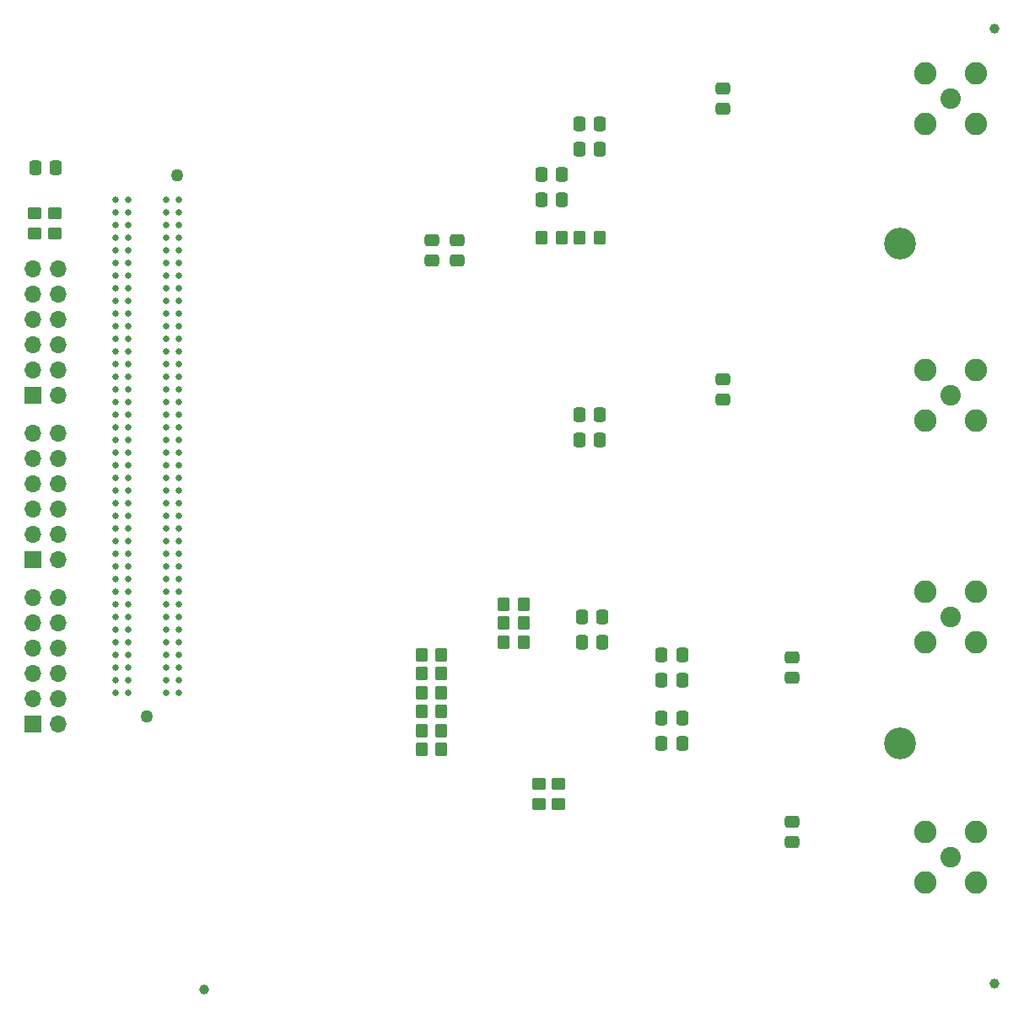
<source format=gbs>
%TF.GenerationSoftware,KiCad,Pcbnew,8.0.0*%
%TF.CreationDate,2024-09-01T16:52:45+03:00*%
%TF.ProjectId,ML605_LPC_Board_wADC_DAC,4d4c3630-355f-44c5-9043-5f426f617264,rev?*%
%TF.SameCoordinates,Original*%
%TF.FileFunction,Soldermask,Bot*%
%TF.FilePolarity,Negative*%
%FSLAX46Y46*%
G04 Gerber Fmt 4.6, Leading zero omitted, Abs format (unit mm)*
G04 Created by KiCad (PCBNEW 8.0.0) date 2024-09-01 16:52:45*
%MOMM*%
%LPD*%
G01*
G04 APERTURE LIST*
G04 Aperture macros list*
%AMRoundRect*
0 Rectangle with rounded corners*
0 $1 Rounding radius*
0 $2 $3 $4 $5 $6 $7 $8 $9 X,Y pos of 4 corners*
0 Add a 4 corners polygon primitive as box body*
4,1,4,$2,$3,$4,$5,$6,$7,$8,$9,$2,$3,0*
0 Add four circle primitives for the rounded corners*
1,1,$1+$1,$2,$3*
1,1,$1+$1,$4,$5*
1,1,$1+$1,$6,$7*
1,1,$1+$1,$8,$9*
0 Add four rect primitives between the rounded corners*
20,1,$1+$1,$2,$3,$4,$5,0*
20,1,$1+$1,$4,$5,$6,$7,0*
20,1,$1+$1,$6,$7,$8,$9,0*
20,1,$1+$1,$8,$9,$2,$3,0*%
G04 Aperture macros list end*
%ADD10C,1.270000*%
%ADD11C,0.640000*%
%ADD12RoundRect,0.250000X0.450000X-0.350000X0.450000X0.350000X-0.450000X0.350000X-0.450000X-0.350000X0*%
%ADD13RoundRect,0.250000X0.337500X0.475000X-0.337500X0.475000X-0.337500X-0.475000X0.337500X-0.475000X0*%
%ADD14C,3.200000*%
%ADD15C,2.050000*%
%ADD16C,2.250000*%
%ADD17R,1.700000X1.700000*%
%ADD18O,1.700000X1.700000*%
%ADD19RoundRect,0.250000X-0.475000X0.337500X-0.475000X-0.337500X0.475000X-0.337500X0.475000X0.337500X0*%
%ADD20RoundRect,0.250000X-0.337500X-0.475000X0.337500X-0.475000X0.337500X0.475000X-0.337500X0.475000X0*%
%ADD21RoundRect,0.250000X0.350000X0.450000X-0.350000X0.450000X-0.350000X-0.450000X0.350000X-0.450000X0*%
%ADD22RoundRect,0.250000X-0.350000X-0.450000X0.350000X-0.450000X0.350000X0.450000X-0.350000X0.450000X0*%
%ADD23RoundRect,0.250000X-0.450000X0.350000X-0.450000X-0.350000X0.450000X-0.350000X0.450000X0.350000X0*%
%ADD24C,1.000000*%
%ADD25RoundRect,0.250000X0.475000X-0.337500X0.475000X0.337500X-0.475000X0.337500X-0.475000X-0.337500X0*%
G04 APERTURE END LIST*
D10*
%TO.C,J1*%
X91385000Y-66294000D03*
X88335000Y-120674000D03*
D11*
X85160000Y-118250000D03*
X85160000Y-116980000D03*
X85160000Y-115710000D03*
X85160000Y-114440000D03*
X85160000Y-113170000D03*
X85160000Y-111900000D03*
X85160000Y-110630000D03*
X85160000Y-109360000D03*
X85160000Y-108090000D03*
X85160000Y-106820000D03*
X85160000Y-105550000D03*
X85160000Y-104280000D03*
X85160000Y-103010000D03*
X85160000Y-101740000D03*
X85160000Y-100470000D03*
X85160000Y-99200000D03*
X85160000Y-97930000D03*
X85160000Y-96660000D03*
X85160000Y-95390000D03*
X85160000Y-94120000D03*
X85160000Y-92850000D03*
X85160000Y-91580000D03*
X85160000Y-90310000D03*
X85160000Y-89040000D03*
X85160000Y-87770000D03*
X85160000Y-86500000D03*
X85160000Y-85230000D03*
X85160000Y-83960000D03*
X85160000Y-82690000D03*
X85160000Y-81420000D03*
X85160000Y-80150000D03*
X85160000Y-78880000D03*
X85160000Y-77610000D03*
X85160000Y-76340000D03*
X85160000Y-75070000D03*
X85160000Y-73800000D03*
X85160000Y-72530000D03*
X85160000Y-71260000D03*
X85160000Y-69990000D03*
X85160000Y-68720000D03*
X86430000Y-118250000D03*
X86430000Y-116980000D03*
X86430000Y-115710000D03*
X86430000Y-114440000D03*
X86430000Y-113170000D03*
X86430000Y-111900000D03*
X86430000Y-110630000D03*
X86430000Y-109360000D03*
X86430000Y-108090000D03*
X86430000Y-106820000D03*
X86430000Y-105550000D03*
X86430000Y-104280000D03*
X86430000Y-103010000D03*
X86430000Y-101740000D03*
X86430000Y-100470000D03*
X86430000Y-99200000D03*
X86430000Y-97930000D03*
X86430000Y-96660000D03*
X86430000Y-95390000D03*
X86430000Y-94120000D03*
X86430000Y-92850000D03*
X86430000Y-91580000D03*
X86430000Y-90310000D03*
X86430000Y-89040000D03*
X86430000Y-87770000D03*
X86430000Y-86500000D03*
X86430000Y-85230000D03*
X86430000Y-83960000D03*
X86430000Y-82690000D03*
X86430000Y-81420000D03*
X86430000Y-80150000D03*
X86430000Y-78880000D03*
X86430000Y-77610000D03*
X86430000Y-76340000D03*
X86430000Y-75070000D03*
X86430000Y-73800000D03*
X86430000Y-72530000D03*
X86430000Y-71260000D03*
X86430000Y-69990000D03*
X86430000Y-68720000D03*
X90240000Y-118250000D03*
X90240000Y-116980000D03*
X90240000Y-115710000D03*
X90240000Y-114440000D03*
X90240000Y-113170000D03*
X90240000Y-111900000D03*
X90240000Y-110630000D03*
X90240000Y-109360000D03*
X90240000Y-108090000D03*
X90240000Y-106820000D03*
X90240000Y-105550000D03*
X90240000Y-104280000D03*
X90240000Y-103010000D03*
X90240000Y-101740000D03*
X90240000Y-100470000D03*
X90240000Y-99200000D03*
X90240000Y-97930000D03*
X90240000Y-96660000D03*
X90240000Y-95390000D03*
X90240000Y-94120000D03*
X90240000Y-92850000D03*
X90240000Y-91580000D03*
X90240000Y-90310000D03*
X90240000Y-89040000D03*
X90240000Y-87770000D03*
X90240000Y-86500000D03*
X90240000Y-85230000D03*
X90240000Y-83960000D03*
X90240000Y-82690000D03*
X90240000Y-81420000D03*
X90240000Y-80150000D03*
X90240000Y-78880000D03*
X90240000Y-77610000D03*
X90240000Y-76340000D03*
X90240000Y-75070000D03*
X90240000Y-73800000D03*
X90240000Y-72530000D03*
X90240000Y-71260000D03*
X90240000Y-69990000D03*
X90240000Y-68720000D03*
X91510000Y-118250000D03*
X91510000Y-116980000D03*
X91510000Y-115710000D03*
X91510000Y-114440000D03*
X91510000Y-113170000D03*
X91510000Y-111900000D03*
X91510000Y-110630000D03*
X91510000Y-109360000D03*
X91510000Y-108090000D03*
X91510000Y-106820000D03*
X91510000Y-105550000D03*
X91510000Y-104280000D03*
X91510000Y-103010000D03*
X91510000Y-101740000D03*
X91510000Y-100470000D03*
X91510000Y-99200000D03*
X91510000Y-97930000D03*
X91510000Y-96660000D03*
X91510000Y-95390000D03*
X91510000Y-94120000D03*
X91510000Y-92850000D03*
X91510000Y-91580000D03*
X91510000Y-90310000D03*
X91510000Y-89040000D03*
X91510000Y-87770000D03*
X91510000Y-86500000D03*
X91510000Y-85230000D03*
X91510000Y-83960000D03*
X91510000Y-82690000D03*
X91510000Y-81420000D03*
X91510000Y-80150000D03*
X91510000Y-78880000D03*
X91510000Y-77610000D03*
X91510000Y-76340000D03*
X91510000Y-75070000D03*
X91510000Y-73800000D03*
X91510000Y-72530000D03*
X91510000Y-71260000D03*
X91510000Y-69990000D03*
X91510000Y-68720000D03*
%TD*%
D12*
%TO.C,R52*%
X79064000Y-72133000D03*
X79064000Y-70133000D03*
%TD*%
%TO.C,R51*%
X77032000Y-72133000D03*
X77032000Y-70133000D03*
%TD*%
D13*
%TO.C,C39*%
X79212500Y-65545000D03*
X77137500Y-65545000D03*
%TD*%
D14*
%TO.C,H1*%
X163900000Y-73165000D03*
%TD*%
D15*
%TO.C,J8*%
X168980000Y-58560000D03*
D16*
X166440000Y-56020000D03*
X166440000Y-61100000D03*
X171520000Y-56020000D03*
X171520000Y-61100000D03*
%TD*%
D14*
%TO.C,H2*%
X163900000Y-123330000D03*
%TD*%
D15*
%TO.C,J9*%
X168980000Y-88405000D03*
D16*
X166440000Y-85865000D03*
X166440000Y-90945000D03*
X171520000Y-85865000D03*
X171520000Y-90945000D03*
%TD*%
D17*
%TO.C,J10*%
X76905000Y-121425000D03*
D18*
X79445000Y-121425000D03*
X76905000Y-118885000D03*
X79445000Y-118885000D03*
X76905000Y-116345000D03*
X79445000Y-116345000D03*
X76905000Y-113805000D03*
X79445000Y-113805000D03*
X76905000Y-111265000D03*
X79445000Y-111265000D03*
X76905000Y-108725000D03*
X79445000Y-108725000D03*
%TD*%
D15*
%TO.C,J5*%
X168980000Y-110630000D03*
D16*
X166440000Y-108090000D03*
X166440000Y-113170000D03*
X171520000Y-108090000D03*
X171520000Y-113170000D03*
%TD*%
D15*
%TO.C,J4*%
X168980000Y-134760000D03*
D16*
X166440000Y-132220000D03*
X166440000Y-137300000D03*
X171520000Y-132220000D03*
X171520000Y-137300000D03*
%TD*%
D17*
%TO.C,J12*%
X76905000Y-88405000D03*
D18*
X79445000Y-88405000D03*
X76905000Y-85865000D03*
X79445000Y-85865000D03*
X76905000Y-83325000D03*
X79445000Y-83325000D03*
X76905000Y-80785000D03*
X79445000Y-80785000D03*
X76905000Y-78245000D03*
X79445000Y-78245000D03*
X76905000Y-75705000D03*
X79445000Y-75705000D03*
%TD*%
D17*
%TO.C,J11*%
X76885000Y-104890000D03*
D18*
X79425000Y-104890000D03*
X76885000Y-102350000D03*
X79425000Y-102350000D03*
X76885000Y-99810000D03*
X79425000Y-99810000D03*
X76885000Y-97270000D03*
X79425000Y-97270000D03*
X76885000Y-94730000D03*
X79425000Y-94730000D03*
X76885000Y-92190000D03*
X79425000Y-92190000D03*
%TD*%
D19*
%TO.C,C32*%
X146120000Y-86732500D03*
X146120000Y-88807500D03*
%TD*%
D20*
%TO.C,C20*%
X131747500Y-90310000D03*
X133822500Y-90310000D03*
%TD*%
D21*
%TO.C,R6*%
X117910000Y-116345000D03*
X115910000Y-116345000D03*
%TD*%
D22*
%TO.C,R17*%
X124165000Y-113170000D03*
X126165000Y-113170000D03*
%TD*%
D21*
%TO.C,R10*%
X117910000Y-120155000D03*
X115910000Y-120155000D03*
%TD*%
D19*
%TO.C,C17*%
X153105000Y-131182500D03*
X153105000Y-133257500D03*
%TD*%
%TO.C,C36*%
X119450000Y-72762500D03*
X119450000Y-74837500D03*
%TD*%
D21*
%TO.C,R8*%
X117910000Y-118250000D03*
X115910000Y-118250000D03*
%TD*%
D13*
%TO.C,C7*%
X134055000Y-110630000D03*
X131980000Y-110630000D03*
%TD*%
D20*
%TO.C,C34*%
X127937500Y-66180000D03*
X130012500Y-66180000D03*
%TD*%
D23*
%TO.C,R18*%
X127705000Y-127410000D03*
X127705000Y-129410000D03*
%TD*%
D21*
%TO.C,R12*%
X117910000Y-122060000D03*
X115910000Y-122060000D03*
%TD*%
D22*
%TO.C,R34*%
X127975000Y-72530000D03*
X129975000Y-72530000D03*
%TD*%
D24*
%TO.C,FID5*%
X94050000Y-148095000D03*
%TD*%
D20*
%TO.C,C19*%
X131747500Y-61100000D03*
X133822500Y-61100000D03*
%TD*%
D21*
%TO.C,R4*%
X117910000Y-114440000D03*
X115910000Y-114440000D03*
%TD*%
D22*
%TO.C,R21*%
X124165000Y-111265000D03*
X126165000Y-111265000D03*
%TD*%
%TO.C,R23*%
X124165000Y-109360000D03*
X126165000Y-109360000D03*
%TD*%
D20*
%TO.C,C11*%
X140002500Y-123330000D03*
X142077500Y-123330000D03*
%TD*%
D13*
%TO.C,C10*%
X142077500Y-120790000D03*
X140002500Y-120790000D03*
%TD*%
D20*
%TO.C,C22*%
X131747500Y-92850000D03*
X133822500Y-92850000D03*
%TD*%
D22*
%TO.C,R35*%
X131785000Y-72530000D03*
X133785000Y-72530000D03*
%TD*%
D25*
%TO.C,C35*%
X116910000Y-74837500D03*
X116910000Y-72762500D03*
%TD*%
D23*
%TO.C,R22*%
X129610000Y-127410000D03*
X129610000Y-129410000D03*
%TD*%
D20*
%TO.C,C6*%
X131980000Y-113170000D03*
X134055000Y-113170000D03*
%TD*%
D19*
%TO.C,C31*%
X146120000Y-57522500D03*
X146120000Y-59597500D03*
%TD*%
D21*
%TO.C,R14*%
X117910000Y-123965000D03*
X115910000Y-123965000D03*
%TD*%
D24*
%TO.C,FID4*%
X173425000Y-51575000D03*
%TD*%
D13*
%TO.C,C33*%
X130012500Y-68720000D03*
X127937500Y-68720000D03*
%TD*%
D24*
%TO.C,FID6*%
X173425000Y-147460000D03*
%TD*%
D20*
%TO.C,C21*%
X131747500Y-63640000D03*
X133822500Y-63640000D03*
%TD*%
D19*
%TO.C,C16*%
X153105000Y-114672500D03*
X153105000Y-116747500D03*
%TD*%
D20*
%TO.C,C8*%
X140002500Y-114440000D03*
X142077500Y-114440000D03*
%TD*%
D13*
%TO.C,C9*%
X142077500Y-116980000D03*
X140002500Y-116980000D03*
%TD*%
M02*

</source>
